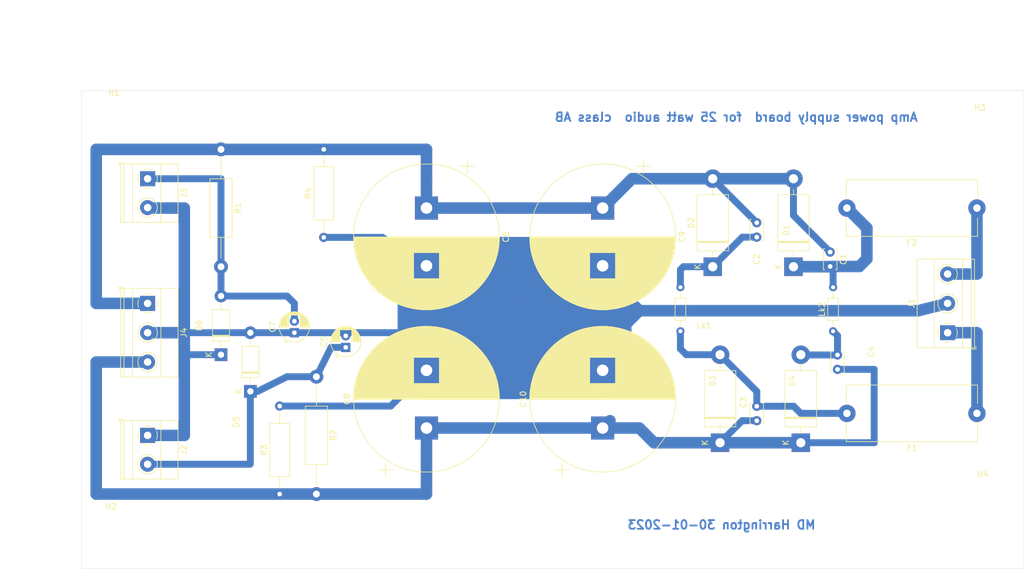
<source format=kicad_pcb>
(kicad_pcb (version 20171130) (host pcbnew 5.1.9+dfsg1-1+deb11u1)
  (layers (0 F.Cu signal) (31 B.Cu signal) (34 B.Paste user) (35 F.Paste user) (36 B.SilkS user) (37 F.SilkS user) (38 B.Mask user) (39 F.Mask user) (44 Edge.Cuts user))
  (net 0 "")
  (net 1 "Net-(C1-Pad2)")
  (net 2 -35volt)
  (net 3 "Net-(C2-Pad2)")
  (net 4 +35volt)
  (net 5 GND)
  (net 6 +15v)
  (net 7 -15v)
  (net 8 "Net-(F1-Pad1)")
  (net 9 "Net-(F2-Pad1)")
  (net 10 "Net-(C3-Pad2)")
  (net 11 "Net-(C4-Pad2)")
  (module Resistor_THT:R_Axial_DIN0204_L3.6mm_D1.6mm_P7.62mm_Horizontal (layer F.Cu) (at 170.688 77.216 90)
    (fp_text reference Lk2 (at 3.81 -1.92 90) (layer F.SilkS))
    (fp_text value "wire link")
    (pad 2 thru_hole oval (at 7.62 0 90) (size 1.4 1.4) (drill 0.7) (layers *.Cu *.Mask) (net 1 "Net-(C1-Pad2)"))
    (pad 1 thru_hole circle (at 0 0 90) (size 1.4 1.4) (drill 0.7) (layers *.Cu *.Mask) (net 11 "Net-(C4-Pad2)"))
  )
  (module Resistor_THT:R_Axial_DIN0204_L3.6mm_D1.6mm_P7.62mm_Horizontal (layer F.Cu) (at 144.272 77.216 90)
    (fp_text reference Lk1 (at 1.016 4.064 180) (layer F.SilkS))
    (fp_text value "wire link")
    (pad 2 thru_hole oval (at 7.62 0 90) (size 1.4 1.4) (drill 0.7) (layers *.Cu *.Mask) (net 3 "Net-(C2-Pad2)"))
    (pad 1 thru_hole circle (at 0 0 90) (size 1.4 1.4) (drill 0.7) (layers *.Cu *.Mask) (net 10 "Net-(C3-Pad2)"))
  )
  (module TerminalBlock_Phoenix:TerminalBlock_Phoenix_MKDS-1,5-3-5.08_1x03_P5.08mm_Horizontal (layer F.Cu) (at 190.5 77.47 90)
    (fp_text reference J1 (at 5.08 -6.26 90) (layer F.SilkS))
    (fp_text value "AC In 25v 0v 25v")
    (pad 3 thru_hole circle (at 10.16 0 90) (size 2.6 2.6) (drill 1.3) (layers *.Cu *.Mask) (net 9 "Net-(F2-Pad1)"))
    (pad 2 thru_hole circle (at 5.08 0 90) (size 2.6 2.6) (drill 1.3) (layers *.Cu *.Mask) (net 5 GND))
    (pad 1 thru_hole rect (at 0 0 90) (size 2.6 2.6) (drill 1.3) (layers *.Cu *.Mask) (net 8 "Net-(F1-Pad1)"))
  )
  (module TerminalBlock_Phoenix:TerminalBlock_Phoenix_MKDS-1,5-2_1x02_P5.00mm_Horizontal (layer F.Cu) (at 52.07 95.25 270)
    (fp_text reference J2 (at 2.5 -6.26 90) (layer F.SilkS))
    (fp_text value "Plus 15v Rail")
    (pad 2 thru_hole circle (at 5 0 270) (size 2.6 2.6) (drill 1.3) (layers *.Cu *.Mask) (net 6 +15v))
    (pad 1 thru_hole rect (at 0 0 270) (size 2.6 2.6) (drill 1.3) (layers *.Cu *.Mask) (net 5 GND))
  )
  (module TerminalBlock_Phoenix:TerminalBlock_Phoenix_MKDS-1,5-3-5.08_1x03_P5.08mm_Horizontal (layer F.Cu) (at 52.07 72.39 270)
    (fp_text reference J4 (at 5.08 -6.26 90) (layer F.SilkS))
    (fp_text value "Main 35 volts rails")
    (pad 3 thru_hole circle (at 10.16 0 270) (size 2.6 2.6) (drill 1.3) (layers *.Cu *.Mask) (net 4 +35volt))
    (pad 2 thru_hole circle (at 5.08 0 270) (size 2.6 2.6) (drill 1.3) (layers *.Cu *.Mask) (net 5 GND))
    (pad 1 thru_hole rect (at 0 0 270) (size 2.6 2.6) (drill 1.3) (layers *.Cu *.Mask) (net 2 -35volt))
  )
  (module TerminalBlock_Phoenix:TerminalBlock_Phoenix_MKDS-1,5-2_1x02_P5.00mm_Horizontal (layer F.Cu) (at 52.07 50.8 270)
    (fp_text reference J3 (at 2.5 -6.26 90) (layer F.SilkS))
    (fp_text value "Minus 15v Rail")
    (pad 2 thru_hole circle (at 5 0 270) (size 2.6 2.6) (drill 1.3) (layers *.Cu *.Mask) (net 5 GND))
    (pad 1 thru_hole rect (at 0 0 270) (size 2.6 2.6) (drill 1.3) (layers *.Cu *.Mask) (net 7 -15v))
  )
  (module Resistor_THT:R_Axial_DIN0309_L9.0mm_D3.2mm_P15.24mm_Horizontal (layer F.Cu) (at 82.55 60.96 90)
    (fp_text reference R4 (at 7.62 -2.72 90) (layer F.SilkS))
    (fp_text value 220k)
    (pad 2 thru_hole oval (at 15.24 0 90) (size 1.6 1.6) (drill 0.8) (layers *.Cu *.Mask) (net 2 -35volt))
    (pad 1 thru_hole circle (at 0 0 90) (size 1.6 1.6) (drill 0.8) (layers *.Cu *.Mask) (net 5 GND))
  )
  (module Resistor_THT:R_Axial_DIN0309_L9.0mm_D3.2mm_P15.24mm_Horizontal (layer F.Cu) (at 74.93 105.41 90)
    (fp_text reference R3 (at 7.62 -2.72 90) (layer F.SilkS))
    (fp_text value 220k)
    (pad 2 thru_hole oval (at 15.24 0 90) (size 1.6 1.6) (drill 0.8) (layers *.Cu *.Mask) (net 5 GND))
    (pad 1 thru_hole circle (at 0 0 90) (size 1.6 1.6) (drill 0.8) (layers *.Cu *.Mask) (net 4 +35volt))
  )
  (module Resistor_THT:R_Axial_DIN0411_L9.9mm_D3.6mm_P20.32mm_Horizontal (layer F.Cu) (at 81.28 85.09 270)
    (fp_text reference R2 (at 10.16 -2.92 90) (layer F.SilkS))
    (fp_text value "820R 1watt")
    (pad 2 thru_hole oval (at 20.32 0 270) (size 2.4 2.4) (drill 1.2) (layers *.Cu *.Mask) (net 4 +35volt))
    (pad 1 thru_hole circle (at 0 0 270) (size 2.4 2.4) (drill 1.2) (layers *.Cu *.Mask) (net 6 +15v))
  )
  (module Resistor_THT:R_Axial_DIN0411_L9.9mm_D3.6mm_P20.32mm_Horizontal (layer F.Cu) (at 64.77 45.72 270)
    (fp_text reference R1 (at 10.16 -2.92 90) (layer F.SilkS))
    (fp_text value "820R 1watt")
    (pad 2 thru_hole oval (at 20.32 0 270) (size 2.4 2.4) (drill 1.2) (layers *.Cu *.Mask) (net 7 -15v))
    (pad 1 thru_hole circle (at 0 0 270) (size 2.4 2.4) (drill 1.2) (layers *.Cu *.Mask) (net 2 -35volt))
  )
  (module MountingHole:MountingHole_2.7mm (layer F.Cu) (at 196.596 105.664)
    (fp_text reference H4 (at 0 -3.7) (layer F.SilkS))
    (fp_text value MountingHole)
    (pad 1 np_thru_hole circle (at 0 0) (size 2.7 2.7) (drill 2.7) (layers *.Cu *.Mask))
  )
  (module MountingHole:MountingHole_2.7mm (layer F.Cu) (at 196.088 42.164)
    (fp_text reference H3 (at 0 -3.7) (layer F.SilkS))
    (fp_text value MountingHole)
    (pad 1 np_thru_hole circle (at 0 0) (size 2.7 2.7) (drill 2.7) (layers *.Cu *.Mask))
  )
  (module MountingHole:MountingHole_2.7mm (layer F.Cu) (at 45.72 111.252)
    (fp_text reference H2 (at 0 -3.7) (layer F.SilkS))
    (fp_text value MountingHole)
    (pad 1 np_thru_hole circle (at 0 0) (size 2.7 2.7) (drill 2.7) (layers *.Cu *.Mask))
  )
  (module MountingHole:MountingHole_2.7mm (layer F.Cu) (at 46.228 39.624)
    (fp_text reference H1 (at 0 -3.7) (layer F.SilkS))
    (fp_text value MountingHole)
    (pad 1 np_thru_hole circle (at 0 0) (size 2.7 2.7) (drill 2.7) (layers *.Cu *.Mask))
  )
  (module Fuse:Fuseholder_Cylinder-5x20mm_Schurter_0031_8201_Horizontal_Open (layer F.Cu) (at 195.58 55.88 180)
    (fp_text reference F2 (at 11.25 -6) (layer F.SilkS))
    (fp_text value 2amp)
    (pad "" np_thru_hole circle (at 11.25 0 180) (size 2.7 2.7) (drill 2.7) (layers *.Cu *.Mask))
    (pad 2 thru_hole circle (at 22.5 0 180) (size 3 3) (drill 1.3) (layers *.Cu *.Mask) (net 1 "Net-(C1-Pad2)"))
    (pad 1 thru_hole circle (at 0 0 180) (size 3 3) (drill 1.3) (layers *.Cu *.Mask) (net 9 "Net-(F2-Pad1)"))
  )
  (module Fuse:Fuseholder_Cylinder-5x20mm_Schurter_0031_8201_Horizontal_Open (layer F.Cu) (at 195.58 91.44 180)
    (fp_text reference F1 (at 11.25 -6) (layer F.SilkS))
    (fp_text value 2amp)
    (pad "" np_thru_hole circle (at 11.25 0 180) (size 2.7 2.7) (drill 2.7) (layers *.Cu *.Mask))
    (pad 2 thru_hole circle (at 22.5 0 180) (size 3 3) (drill 1.3) (layers *.Cu *.Mask) (net 10 "Net-(C3-Pad2)"))
    (pad 1 thru_hole circle (at 0 0 180) (size 3 3) (drill 1.3) (layers *.Cu *.Mask) (net 8 "Net-(F1-Pad1)"))
  )
  (module Diode_THT:D_DO-41_SOD81_P10.16mm_Horizontal (layer F.Cu) (at 64.77 81.28 90)
    (fp_text reference D6 (at 5.08 -3.81 90) (layer F.SilkS))
    (fp_text value BZX85C15)
    (fp_text user K (at 0 -2.1 90) (layer F.SilkS))
    (pad 2 thru_hole oval (at 10.16 0 90) (size 2.2 2.2) (drill 1.1) (layers *.Cu *.Mask) (net 7 -15v))
    (pad 1 thru_hole rect (at 0 0 90) (size 2.2 2.2) (drill 1.1) (layers *.Cu *.Mask) (net 5 GND))
  )
  (module Diode_THT:D_DO-41_SOD81_P10.16mm_Horizontal (layer F.Cu) (at 69.85 87.63 90)
    (fp_text reference D5 (at -5.334 -2.47 90) (layer F.SilkS))
    (fp_text value BZX85C15)
    (fp_text user K (at 0 -2.1 90) (layer F.SilkS))
    (pad 2 thru_hole oval (at 10.16 0 90) (size 2.2 2.2) (drill 1.1) (layers *.Cu *.Mask) (net 5 GND))
    (pad 1 thru_hole rect (at 0 0 90) (size 2.2 2.2) (drill 1.1) (layers *.Cu *.Mask) (net 6 +15v))
  )
  (module Diode_THT:D_DO-201AD_P15.24mm_Horizontal (layer F.Cu) (at 165.1 96.52 90)
    (fp_text reference D4 (at 10.668 -1.524 90) (layer F.SilkS))
    (fp_text value 1N5401)
    (fp_text user K (at 0 -2.6 90) (layer F.SilkS))
    (pad 2 thru_hole oval (at 15.24 0 90) (size 3.2 3.2) (drill 1.6) (layers *.Cu *.Mask) (net 11 "Net-(C4-Pad2)"))
    (pad 1 thru_hole rect (at 0 0 90) (size 3.2 3.2) (drill 1.6) (layers *.Cu *.Mask) (net 4 +35volt))
  )
  (module Diode_THT:D_DO-201AD_P15.24mm_Horizontal (layer F.Cu) (at 151.13 96.52 90)
    (fp_text reference D3 (at 10.668 -1.27 90) (layer F.SilkS))
    (fp_text value 1N5401)
    (fp_text user K (at 0 -2.6 90) (layer F.SilkS))
    (pad 2 thru_hole oval (at 15.24 0 90) (size 3.2 3.2) (drill 1.6) (layers *.Cu *.Mask) (net 10 "Net-(C3-Pad2)"))
    (pad 1 thru_hole rect (at 0 0 90) (size 3.2 3.2) (drill 1.6) (layers *.Cu *.Mask) (net 4 +35volt))
  )
  (module Diode_THT:D_DO-201AD_P15.24mm_Horizontal (layer F.Cu) (at 149.86 66.04 90)
    (fp_text reference D2 (at 7.62 -3.72 90) (layer F.SilkS))
    (fp_text value 1N5401)
    (fp_text user K (at 0 -2.6 90) (layer F.SilkS))
    (pad 2 thru_hole oval (at 15.24 0 90) (size 3.2 3.2) (drill 1.6) (layers *.Cu *.Mask) (net 2 -35volt))
    (pad 1 thru_hole rect (at 0 0 90) (size 3.2 3.2) (drill 1.6) (layers *.Cu *.Mask) (net 3 "Net-(C2-Pad2)"))
  )
  (module Diode_THT:D_DO-201AD_P15.24mm_Horizontal (layer F.Cu) (at 163.83 66.04 90)
    (fp_text reference D1 (at 6.35 -1.27 90) (layer F.SilkS))
    (fp_text value 1N5401)
    (fp_text user K (at 0 -2.6 90) (layer F.SilkS))
    (pad 2 thru_hole oval (at 15.24 0 90) (size 3.2 3.2) (drill 1.6) (layers *.Cu *.Mask) (net 2 -35volt))
    (pad 1 thru_hole rect (at 0 0 90) (size 3.2 3.2) (drill 1.6) (layers *.Cu *.Mask) (net 1 "Net-(C1-Pad2)"))
  )
  (module Capacitor_THT:CP_Radial_D25.0mm_P10.00mm_SnapIn (layer F.Cu) (at 130.81 93.98 90)
    (fp_text reference C10 (at 5 -13.75 90) (layer F.SilkS))
    (fp_text value "4700uf 50v")
    (pad 2 thru_hole circle (at 10 0 90) (size 4 4) (drill 2) (layers *.Cu *.Mask) (net 5 GND))
    (pad 1 thru_hole rect (at 0 0 90) (size 4 4) (drill 2) (layers *.Cu *.Mask) (net 4 +35volt))
  )
  (module Capacitor_THT:CP_Radial_D25.0mm_P10.00mm_SnapIn (layer F.Cu) (at 130.81 55.88 270)
    (fp_text reference C9 (at 5 -13.75 90) (layer F.SilkS))
    (fp_text value "4700uf 50v")
    (pad 2 thru_hole circle (at 10 0 270) (size 4 4) (drill 2) (layers *.Cu *.Mask) (net 5 GND))
    (pad 1 thru_hole rect (at 0 0 270) (size 4 4) (drill 2) (layers *.Cu *.Mask) (net 2 -35volt))
  )
  (module Capacitor_THT:CP_Radial_D25.0mm_P10.00mm_SnapIn (layer F.Cu) (at 100.33 93.98 90)
    (fp_text reference C8 (at 5 -13.75 90) (layer F.SilkS))
    (fp_text value "4700uf 50v")
    (pad 2 thru_hole circle (at 10 0 90) (size 4 4) (drill 2) (layers *.Cu *.Mask) (net 5 GND))
    (pad 1 thru_hole rect (at 0 0 90) (size 4 4) (drill 2) (layers *.Cu *.Mask) (net 4 +35volt))
  )
  (module Capacitor_THT:CP_Radial_D5.0mm_P2.00mm (layer F.Cu) (at 77.47 77.47 90)
    (fp_text reference C7 (at 1 -3.75 90) (layer F.SilkS))
    (fp_text value "470uf 25v")
    (pad 2 thru_hole circle (at 2 0 90) (size 1.6 1.6) (drill 0.8) (layers *.Cu *.Mask) (net 7 -15v))
    (pad 1 thru_hole rect (at 0 0 90) (size 1.6 1.6) (drill 0.8) (layers *.Cu *.Mask) (net 5 GND))
  )
  (module Capacitor_THT:CP_Radial_D25.0mm_P10.00mm_SnapIn (layer F.Cu) (at 100.33 55.88 270)
    (fp_text reference C6 (at 5 -13.75 90) (layer F.SilkS))
    (fp_text value "4700uf 50v")
    (pad 2 thru_hole circle (at 10 0 270) (size 4 4) (drill 2) (layers *.Cu *.Mask) (net 5 GND))
    (pad 1 thru_hole rect (at 0 0 270) (size 4 4) (drill 2) (layers *.Cu *.Mask) (net 2 -35volt))
  )
  (module Capacitor_THT:CP_Radial_D5.0mm_P2.00mm (layer F.Cu) (at 86.36 80.01 90)
    (fp_text reference C5 (at 1 -3.75 90) (layer F.SilkS))
    (fp_text value "470uf 25v")
    (pad 2 thru_hole circle (at 2 0 90) (size 1.6 1.6) (drill 0.8) (layers *.Cu *.Mask) (net 5 GND))
    (pad 1 thru_hole rect (at 0 0 90) (size 1.6 1.6) (drill 0.8) (layers *.Cu *.Mask) (net 6 +15v))
  )
  (module Capacitor_THT:C_Disc_D3.4mm_W2.1mm_P2.50mm (layer F.Cu) (at 171.45 83.82 90)
    (fp_text reference C4 (at 3.048 5.842 90) (layer F.SilkS))
    (fp_text value 100n)
    (pad 2 thru_hole circle (at 2.5 0 90) (size 1.6 1.6) (drill 0.8) (layers *.Cu *.Mask) (net 11 "Net-(C4-Pad2)"))
    (pad 1 thru_hole circle (at 0 0 90) (size 1.6 1.6) (drill 0.8) (layers *.Cu *.Mask) (net 4 +35volt))
  )
  (module Capacitor_THT:C_Disc_D3.4mm_W2.1mm_P2.50mm (layer F.Cu) (at 157.48 92.71 90)
    (fp_text reference C3 (at 3.175 -2.3 90) (layer F.SilkS))
    (fp_text value 100n)
    (pad 2 thru_hole circle (at 2.5 0 90) (size 1.6 1.6) (drill 0.8) (layers *.Cu *.Mask) (net 10 "Net-(C3-Pad2)"))
    (pad 1 thru_hole circle (at 0 0 90) (size 1.6 1.6) (drill 0.8) (layers *.Cu *.Mask) (net 4 +35volt))
  )
  (module Capacitor_THT:C_Disc_D3.4mm_W2.1mm_P2.50mm (layer F.Cu) (at 157.48 58.42 270)
    (fp_text reference C2 (at 6.35 0 90) (layer F.SilkS))
    (fp_text value 100n)
    (pad 2 thru_hole circle (at 2.5 0 270) (size 1.6 1.6) (drill 0.8) (layers *.Cu *.Mask) (net 3 "Net-(C2-Pad2)"))
    (pad 1 thru_hole circle (at 0 0 270) (size 1.6 1.6) (drill 0.8) (layers *.Cu *.Mask) (net 2 -35volt))
  )
  (module Capacitor_THT:C_Disc_D3.4mm_W2.1mm_P2.50mm (layer F.Cu) (at 170.18 63.5 270)
    (fp_text reference C1 (at 1.25 -2.3 90) (layer F.SilkS))
    (fp_text value 100n)
    (pad 2 thru_hole circle (at 2.5 0 270) (size 1.6 1.6) (drill 0.8) (layers *.Cu *.Mask) (net 1 "Net-(C1-Pad2)"))
    (pad 1 thru_hole circle (at 0 0 270) (size 1.6 1.6) (drill 0.8) (layers *.Cu *.Mask) (net 2 -35volt))
  )
  (gr_text "Amp power supply board  for 25 watt audio  class AB" (at 153.924 40.132) (layer B.Cu) (effects (font (size 1.5 1.5) (thickness 0.3)) (justify mirror)))
  (gr_text "MD Harrington 30-01-2023" (at 151.384 110.744) (layer B.Cu) (effects (font (size 1.5 1.5) (thickness 0.3)) (justify mirror)))
  (gr_line (start 40.64 118.364) (end 40.64 35.56) (layer Edge.Cuts) (width 0.05))
  (gr_line (start 203.708 118.364) (end 40.64 118.364) (layer Edge.Cuts) (width 0.05))
  (gr_line (start 203.708 35.56) (end 203.708 118.364) (layer Edge.Cuts) (width 0.05))
  (gr_line (start 40.64 35.56) (end 203.708 35.56) (layer Edge.Cuts) (width 0.05))
  (segment (start 170.14 66.04) (end 170.18 66) (width 2) (layer B.Cu) (net 1))
  (segment (start 163.83 66.04) (end 170.14 66.04) (width 2) (layer B.Cu) (net 1))
  (segment (start 170.18 66) (end 175.22 66) (width 2) (layer B.Cu) (net 1))
  (segment (start 175.22 66) (end 176.53 64.69) (width 2) (layer B.Cu) (net 1))
  (segment (start 176.53 59.33) (end 173.08 55.88) (width 2) (layer B.Cu) (net 1))
  (segment (start 176.53 64.69) (end 176.53 59.33) (width 2) (layer B.Cu) (net 1))
  (segment (start 170.688 66.588) (end 170.14 66.04) (width 1.2) (layer B.Cu) (net 1))
  (segment (start 170.688 69.596) (end 170.688 66.588) (width 1.2) (layer B.Cu) (net 1))
  (segment (start 165.14 81.32) (end 165.1 81.28) (width 1.2) (layer B.Cu) (net 11))
  (segment (start 171.45 81.32) (end 165.14 81.32) (width 1.2) (layer B.Cu) (net 11))
  (segment (start 130.81 55.88) (end 100.33 55.88) (width 2) (layer B.Cu) (net 2))
  (segment (start 100.33 50.8) (end 100.33 55.88) (width 2) (layer B.Cu) (net 2))
  (segment (start 100.33 45.72) (end 100.33 50.8) (width 2) (layer B.Cu) (net 2))
  (segment (start 82.55 45.72) (end 100.33 45.72) (width 2) (layer B.Cu) (net 2))
  (segment (start 43.18 72.39) (end 52.07 72.39) (width 2) (layer B.Cu) (net 2))
  (segment (start 43.18 45.72) (end 43.18 72.39) (width 2) (layer B.Cu) (net 2))
  (segment (start 82.55 45.72) (end 43.18 45.72) (width 2) (layer B.Cu) (net 2))
  (segment (start 163.83 50.8) (end 149.86 50.8) (width 2) (layer B.Cu) (net 2))
  (segment (start 135.89 50.8) (end 130.81 55.88) (width 2) (layer B.Cu) (net 2))
  (segment (start 149.86 50.8) (end 135.89 50.8) (width 2) (layer B.Cu) (net 2))
  (segment (start 163.83 57.15) (end 163.83 50.8) (width 1.2) (layer B.Cu) (net 2))
  (segment (start 170.18 63.5) (end 163.83 57.15) (width 1.2) (layer B.Cu) (net 2))
  (segment (start 157.48 58.42) (end 149.86 50.8) (width 1.2) (layer B.Cu) (net 2))
  (segment (start 154.98 60.92) (end 149.86 66.04) (width 1.2) (layer B.Cu) (net 3))
  (segment (start 157.48 60.92) (end 154.98 60.92) (width 1.2) (layer B.Cu) (net 3))
  (segment (start 149.86 66.04) (end 144.78 66.04) (width 1.2) (layer B.Cu) (net 3))
  (segment (start 144.272 66.548) (end 144.272 69.596) (width 1.2) (layer B.Cu) (net 3))
  (segment (start 144.78 66.04) (end 144.272 66.548) (width 1.2) (layer B.Cu) (net 3))
  (segment (start 173.08 91.44) (end 165.1 91.44) (width 1.2) (layer B.Cu) (net 10))
  (segment (start 163.87 90.21) (end 157.48 90.21) (width 1.2) (layer B.Cu) (net 10))
  (segment (start 165.1 91.44) (end 163.87 90.21) (width 1.2) (layer B.Cu) (net 10))
  (segment (start 157.48 87.63) (end 151.13 81.28) (width 1.2) (layer B.Cu) (net 10))
  (segment (start 157.48 90.21) (end 157.48 87.63) (width 1.2) (layer B.Cu) (net 10))
  (segment (start 100.33 93.98) (end 130.81 93.98) (width 2) (layer B.Cu) (net 4))
  (segment (start 165.1 96.52) (end 151.13 96.52) (width 2) (layer B.Cu) (net 4))
  (segment (start 132.08 92.71) (end 130.81 93.98) (width 2) (layer B.Cu) (net 4))
  (segment (start 154.94 92.71) (end 151.13 96.52) (width 1.2) (layer B.Cu) (net 4))
  (segment (start 157.48 92.71) (end 154.94 92.71) (width 1.2) (layer B.Cu) (net 4))
  (segment (start 165.1 96.52) (end 177.8 96.52) (width 1.2) (layer B.Cu) (net 4))
  (segment (start 177.8 96.52) (end 177.8 83.82) (width 1.2) (layer B.Cu) (net 4))
  (segment (start 177.8 83.82) (end 171.45 83.82) (width 1.2) (layer B.Cu) (net 4))
  (segment (start 151.13 96.52) (end 139.7 96.52) (width 2) (layer B.Cu) (net 4))
  (segment (start 137.16 93.98) (end 130.81 93.98) (width 2) (layer B.Cu) (net 4))
  (segment (start 139.7 96.52) (end 137.16 93.98) (width 2) (layer B.Cu) (net 4))
  (segment (start 43.18 105.41) (end 43.18 82.55) (width 2) (layer B.Cu) (net 4))
  (segment (start 100.33 105.41) (end 43.18 105.41) (width 2) (layer B.Cu) (net 4))
  (segment (start 43.18 82.55) (end 52.07 82.55) (width 2) (layer B.Cu) (net 4))
  (segment (start 100.33 93.98) (end 100.33 105.41) (width 2) (layer B.Cu) (net 4))
  (segment (start 100.17 66.04) (end 100.33 65.88) (width 2) (layer B.Cu) (net 5))
  (segment (start 100.33 83.98) (end 100.33 65.88) (width 10) (layer B.Cu) (net 5))
  (segment (start 100.33 65.88) (end 110.65 65.88) (width 10) (layer B.Cu) (net 5))
  (segment (start 110.65 65.88) (end 130.81 65.88) (width 10) (layer B.Cu) (net 5))
  (segment (start 130.81 78.74) (end 130.81 83.98) (width 10) (layer B.Cu) (net 5))
  (segment (start 130.81 65.88) (end 130.81 78.74) (width 10) (layer B.Cu) (net 5))
  (segment (start 127 74.93) (end 130.81 78.74) (width 10) (layer B.Cu) (net 5))
  (segment (start 113.35 74.93) (end 127 74.93) (width 10) (layer B.Cu) (net 5))
  (segment (start 110.65 72.23) (end 113.35 74.93) (width 10) (layer B.Cu) (net 5))
  (segment (start 110.65 65.88) (end 110.65 72.23) (width 10) (layer B.Cu) (net 5))
  (segment (start 100.33 65.88) (end 100.33 69.85) (width 10) (layer B.Cu) (net 5))
  (segment (start 114.14 83.66) (end 114.14 83.98) (width 10) (layer B.Cu) (net 5))
  (segment (start 100.33 69.85) (end 114.14 83.66) (width 10) (layer B.Cu) (net 5))
  (segment (start 114.14 83.98) (end 100.33 83.98) (width 10) (layer B.Cu) (net 5))
  (segment (start 130.81 83.98) (end 114.14 83.98) (width 10) (layer B.Cu) (net 5))
  (segment (start 52.07 77.47) (end 73.66 77.47) (width 1.2) (layer B.Cu) (net 5))
  (segment (start 58.42 77.47) (end 52.07 77.47) (width 2) (layer B.Cu) (net 5))
  (segment (start 92.71 60.96) (end 100.33 65.88) (width 1.2) (layer B.Cu) (net 5))
  (segment (start 82.55 60.96) (end 92.71 60.96) (width 1.2) (layer B.Cu) (net 5))
  (segment (start 96.52 77.47) (end 86.36 77.47) (width 1.2) (layer B.Cu) (net 5))
  (segment (start 100.33 83.98) (end 96.52 77.47) (width 1.2) (layer B.Cu) (net 5))
  (segment (start 86.36 77.47) (end 77.47 77.47) (width 1.2) (layer B.Cu) (net 5))
  (segment (start 64.77 81.28) (end 58.42 81.28) (width 1.2) (layer B.Cu) (net 5))
  (segment (start 58.42 77.47) (end 58.42 81.28) (width 2) (layer B.Cu) (net 5))
  (segment (start 58.42 95.25) (end 52.07 95.25) (width 2) (layer B.Cu) (net 5))
  (segment (start 58.42 81.28) (end 58.42 95.25) (width 2) (layer B.Cu) (net 5))
  (segment (start 58.42 55.88) (end 58.42 77.47) (width 2) (layer B.Cu) (net 5))
  (segment (start 52.07 55.88) (end 58.42 55.88) (width 2) (layer B.Cu) (net 5))
  (segment (start 76.2 77.47) (end 73.66 77.47) (width 1.2) (layer B.Cu) (net 5))
  (segment (start 77.47 77.47) (end 76.2 77.47) (width 1.2) (layer B.Cu) (net 5))
  (segment (start 96.68 87.63) (end 100.33 83.98) (width 1.2) (layer B.Cu) (net 5))
  (segment (start 135.89 74.93) (end 130.81 83.98) (width 1.2) (layer B.Cu) (net 5))
  (segment (start 135.89 74.93) (end 130.81 65.88) (width 1.2) (layer B.Cu) (net 5))
  (segment (start 185.42 73.66) (end 190.5 72.39) (width 2) (layer B.Cu) (net 5))
  (segment (start 185.42 73.66) (end 135.89 73.66) (width 2) (layer B.Cu) (net 5))
  (segment (start 132.08 78.74) (end 130.81 78.74) (width 2) (layer B.Cu) (net 5))
  (segment (start 137.16 73.66) (end 132.08 78.74) (width 2) (layer B.Cu) (net 5))
  (segment (start 135.89 72.39) (end 137.16 73.66) (width 2) (layer B.Cu) (net 5))
  (segment (start 130.81 65.88) (end 135.89 72.39) (width 2) (layer B.Cu) (net 5))
  (segment (start 94.14 90.17) (end 100.33 83.98) (width 1.2) (layer B.Cu) (net 5))
  (segment (start 74.93 90.17) (end 94.14 90.17) (width 1.2) (layer B.Cu) (net 5))
  (segment (start 52.07 100.25) (end 69.77 100.25) (width 1.2) (layer B.Cu) (net 6))
  (segment (start 69.85 100.17) (end 69.85 87.63) (width 1.2) (layer B.Cu) (net 6))
  (segment (start 69.77 100.25) (end 69.85 100.17) (width 1.2) (layer B.Cu) (net 6))
  (segment (start 83.82 80.01) (end 86.36 80.01) (width 1.2) (layer B.Cu) (net 6))
  (segment (start 81.28 85.09) (end 83.82 80.01) (width 1.2) (layer B.Cu) (net 6))
  (segment (start 76.2 85.09) (end 81.28 85.09) (width 1.2) (layer B.Cu) (net 6))
  (segment (start 71.12 87.63) (end 76.2 85.09) (width 1.2) (layer B.Cu) (net 6))
  (segment (start 69.85 87.63) (end 71.12 87.63) (width 1.2) (layer B.Cu) (net 6))
  (segment (start 64.77 66.04) (end 64.77 50.8) (width 1.2) (layer B.Cu) (net 7))
  (segment (start 64.77 50.8) (end 52.07 50.8) (width 1.2) (layer B.Cu) (net 7))
  (segment (start 64.77 66.04) (end 64.77 71.12) (width 1.2) (layer B.Cu) (net 7))
  (segment (start 77.47 75.47) (end 77.47 72.39) (width 1.2) (layer B.Cu) (net 7))
  (segment (start 76.2 71.12) (end 64.77 71.12) (width 1.2) (layer B.Cu) (net 7))
  (segment (start 77.47 72.39) (end 76.2 71.12) (width 1.2) (layer B.Cu) (net 7))
  (segment (start 195.58 77.47) (end 195.58 91.44) (width 2) (layer B.Cu) (net 8))
  (segment (start 190.5 77.47) (end 195.58 77.47) (width 2) (layer B.Cu) (net 8))
  (segment (start 195.58 67.31) (end 195.58 55.88) (width 2) (layer B.Cu) (net 9))
  (segment (start 190.5 67.31) (end 195.58 67.31) (width 2) (layer B.Cu) (net 9))
  (segment (start 151.13 81.28) (end 145.288 81.28) (width 1.2) (layer B.Cu) (net 10))
  (segment (start 144.272 80.264) (end 144.272 77.216) (width 1.2) (layer B.Cu) (net 10))
  (segment (start 145.288 81.28) (end 144.272 80.264) (width 1.2) (layer B.Cu) (net 10))
  (segment (start 171.45 77.978) (end 170.688 77.216) (width 1.2) (layer B.Cu) (net 11))
  (segment (start 171.45 81.32) (end 171.45 77.978) (width 1.2) (layer B.Cu) (net 11))
)
</source>
